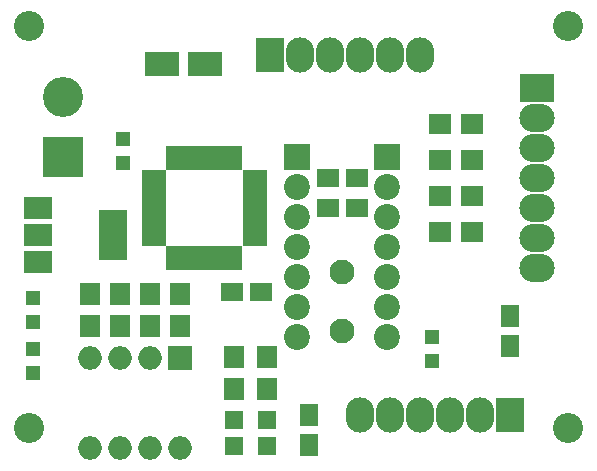
<source format=gts>
G04 #@! TF.FileFunction,Soldermask,Top*
%FSLAX46Y46*%
G04 Gerber Fmt 4.6, Leading zero omitted, Abs format (unit mm)*
G04 Created by KiCad (PCBNEW 4.0.6) date Tuesday, 11 '11e' April '11e' 2017, 13:18:08*
%MOMM*%
%LPD*%
G01*
G04 APERTURE LIST*
%ADD10C,0.100000*%
%ADD11R,1.900000X1.650000*%
%ADD12R,1.650000X1.900000*%
%ADD13R,2.400000X3.000000*%
%ADD14O,2.400000X3.000000*%
%ADD15R,3.000000X2.400000*%
%ADD16O,3.000000X2.400000*%
%ADD17R,1.900000X1.700000*%
%ADD18R,2.200000X2.200000*%
%ADD19C,2.200000*%
%ADD20R,2.000000X0.950000*%
%ADD21R,0.950000X2.000000*%
%ADD22R,1.300000X1.200000*%
%ADD23R,3.000000X2.000000*%
%ADD24R,1.600000X1.600000*%
%ADD25R,3.400000X3.400000*%
%ADD26C,3.400000*%
%ADD27R,1.700000X1.900000*%
%ADD28R,2.000000X2.000000*%
%ADD29O,2.000000X2.000000*%
%ADD30R,2.400000X4.200000*%
%ADD31R,2.400000X1.900000*%
%ADD32C,2.100000*%
%ADD33C,2.550000*%
G04 APERTURE END LIST*
D10*
D11*
X137688000Y-70866000D03*
X140188000Y-70866000D03*
X137688000Y-73406000D03*
X140188000Y-73406000D03*
D12*
X153162000Y-85070000D03*
X153162000Y-82570000D03*
D13*
X132842000Y-60452000D03*
D14*
X135382000Y-60452000D03*
X137922000Y-60452000D03*
X140462000Y-60452000D03*
X143002000Y-60452000D03*
X145542000Y-60452000D03*
D13*
X153162000Y-90932000D03*
D14*
X150622000Y-90932000D03*
X148082000Y-90932000D03*
X145542000Y-90932000D03*
X143002000Y-90932000D03*
X140462000Y-90932000D03*
D15*
X155448000Y-63246000D03*
D16*
X155448000Y-65786000D03*
X155448000Y-68326000D03*
X155448000Y-70866000D03*
X155448000Y-73406000D03*
X155448000Y-75946000D03*
X155448000Y-78486000D03*
D17*
X147240000Y-72390000D03*
X149940000Y-72390000D03*
X147240000Y-75438000D03*
X149940000Y-75438000D03*
D18*
X135128000Y-69088000D03*
D19*
X135128000Y-71628000D03*
X135128000Y-74168000D03*
X135128000Y-76708000D03*
X135128000Y-79248000D03*
X135128000Y-81788000D03*
X135128000Y-84328000D03*
X142748000Y-84328000D03*
X142748000Y-81788000D03*
X142748000Y-79248000D03*
X142748000Y-76708000D03*
X142748000Y-74168000D03*
X142748000Y-71628000D03*
D18*
X142748000Y-69088000D03*
D20*
X123004000Y-70606000D03*
X123004000Y-71406000D03*
X123004000Y-72206000D03*
X123004000Y-73006000D03*
X123004000Y-73806000D03*
X123004000Y-74606000D03*
X123004000Y-75406000D03*
X123004000Y-76206000D03*
D21*
X124454000Y-77656000D03*
X125254000Y-77656000D03*
X126054000Y-77656000D03*
X126854000Y-77656000D03*
X127654000Y-77656000D03*
X128454000Y-77656000D03*
X129254000Y-77656000D03*
X130054000Y-77656000D03*
D20*
X131504000Y-76206000D03*
X131504000Y-75406000D03*
X131504000Y-74606000D03*
X131504000Y-73806000D03*
X131504000Y-73006000D03*
X131504000Y-72206000D03*
X131504000Y-71406000D03*
X131504000Y-70606000D03*
D21*
X130054000Y-69156000D03*
X129254000Y-69156000D03*
X128454000Y-69156000D03*
X127654000Y-69156000D03*
X126854000Y-69156000D03*
X126054000Y-69156000D03*
X125254000Y-69156000D03*
X124454000Y-69156000D03*
D17*
X147240000Y-66294000D03*
X149940000Y-66294000D03*
X147240000Y-69342000D03*
X149940000Y-69342000D03*
D22*
X146558000Y-84294000D03*
X146558000Y-86394000D03*
D23*
X127276000Y-61214000D03*
X123676000Y-61214000D03*
D12*
X136144000Y-93452000D03*
X136144000Y-90952000D03*
D22*
X120396000Y-69630000D03*
X120396000Y-67530000D03*
D24*
X129794000Y-93556000D03*
X129794000Y-91356000D03*
X132588000Y-93556000D03*
X132588000Y-91356000D03*
D22*
X112776000Y-83092000D03*
X112776000Y-80992000D03*
X112776000Y-87410000D03*
X112776000Y-85310000D03*
D25*
X115316000Y-69088000D03*
D26*
X115316000Y-64008000D03*
D27*
X117602000Y-80692000D03*
X117602000Y-83392000D03*
X120142000Y-80692000D03*
X120142000Y-83392000D03*
X122682000Y-80692000D03*
X122682000Y-83392000D03*
X125222000Y-80692000D03*
X125222000Y-83392000D03*
X129794000Y-86026000D03*
X129794000Y-88726000D03*
X132588000Y-86026000D03*
X132588000Y-88726000D03*
D28*
X125222000Y-86106000D03*
D29*
X117602000Y-93726000D03*
X122682000Y-86106000D03*
X120142000Y-93726000D03*
X120142000Y-86106000D03*
X122682000Y-93726000D03*
X117602000Y-86106000D03*
X125222000Y-93726000D03*
D30*
X119482000Y-75692000D03*
D31*
X113182000Y-75692000D03*
X113182000Y-77992000D03*
X113182000Y-73392000D03*
D32*
X138938000Y-83820000D03*
X138938000Y-78820000D03*
D33*
X112431100Y-92018600D03*
X158031100Y-92018600D03*
X112431100Y-58018600D03*
X158031100Y-58018600D03*
D11*
X129560000Y-80518000D03*
X132060000Y-80518000D03*
M02*

</source>
